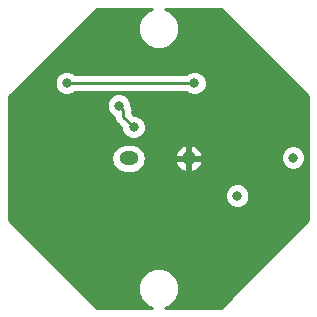
<source format=gbr>
G04 #@! TF.GenerationSoftware,KiCad,Pcbnew,(5.0.0)*
G04 #@! TF.CreationDate,2018-11-17T14:21:24+01:00*
G04 #@! TF.ProjectId,photoDiode_MDversion,70686F746F44696F64655F4D44766572,rev?*
G04 #@! TF.SameCoordinates,Original*
G04 #@! TF.FileFunction,Copper,L3,Inr,Signal*
G04 #@! TF.FilePolarity,Positive*
%FSLAX46Y46*%
G04 Gerber Fmt 4.6, Leading zero omitted, Abs format (unit mm)*
G04 Created by KiCad (PCBNEW (5.0.0)) date 11/17/18 14:21:24*
%MOMM*%
%LPD*%
G01*
G04 APERTURE LIST*
G04 #@! TA.AperFunction,ViaPad*
%ADD10O,1.600000X1.200000*%
G04 #@! TD*
G04 #@! TA.AperFunction,ViaPad*
%ADD11O,1.200000X1.200000*%
G04 #@! TD*
G04 #@! TA.AperFunction,ViaPad*
%ADD12C,0.800000*%
G04 #@! TD*
G04 #@! TA.AperFunction,Conductor*
%ADD13C,0.250000*%
G04 #@! TD*
G04 #@! TA.AperFunction,Conductor*
%ADD14C,0.254000*%
G04 #@! TD*
G04 APERTURE END LIST*
D10*
G04 #@! TO.N,Net-(C2-Pad2)*
G04 #@! TO.C,D1*
X147460000Y-95000000D03*
D11*
G04 #@! TO.N,GND*
X152540000Y-95000000D03*
G04 #@! TD*
D12*
G04 #@! TO.N,+5V*
X161375000Y-94925000D03*
X156650000Y-98150000D03*
G04 #@! TO.N,GND*
X138600000Y-89525000D03*
X138500000Y-97225000D03*
X145825000Y-105475000D03*
X153100000Y-105425000D03*
X159225000Y-100375000D03*
X160700000Y-89700000D03*
X158800000Y-89225000D03*
X155275000Y-84900000D03*
X145100000Y-84975000D03*
X153425000Y-82750000D03*
X142450000Y-97525000D03*
X143575000Y-99875000D03*
X146175000Y-101200000D03*
X150750000Y-101400000D03*
X161625000Y-100000000D03*
X159150000Y-97500000D03*
X138525000Y-93150000D03*
X138525000Y-100325000D03*
X145525000Y-82700000D03*
X156050000Y-105625000D03*
X159450000Y-102550000D03*
X137725000Y-95150000D03*
X143600000Y-105300000D03*
X150400000Y-95650000D03*
X149075000Y-93775000D03*
X153525000Y-93625000D03*
G04 #@! TO.N,Net-(C2-Pad1)*
X146625000Y-90525000D03*
X147875000Y-92350000D03*
G04 #@! TO.N,Net-(C4-Pad1)*
X142225000Y-88625000D03*
X153025000Y-88625000D03*
G04 #@! TD*
D13*
G04 #@! TO.N,Net-(C2-Pad1)*
X147024999Y-90924999D02*
X147024999Y-91499999D01*
X146625000Y-90525000D02*
X147024999Y-90924999D01*
X147024999Y-91499999D02*
X147875000Y-92350000D01*
G04 #@! TO.N,Net-(C4-Pad1)*
X142225000Y-88625000D02*
X153025000Y-88625000D01*
G04 #@! TD*
D14*
G04 #@! TO.N,GND*
G36*
X149017201Y-82529138D02*
X148529138Y-83017201D01*
X148265000Y-83654887D01*
X148265000Y-84345113D01*
X148529138Y-84982799D01*
X149017201Y-85470862D01*
X149654887Y-85735000D01*
X150345113Y-85735000D01*
X150982799Y-85470862D01*
X151470862Y-84982799D01*
X151735000Y-84345113D01*
X151735000Y-83654887D01*
X151470862Y-83017201D01*
X150982799Y-82529138D01*
X150523154Y-82338747D01*
X155244464Y-82338747D01*
X162661254Y-89755538D01*
X162661253Y-100244463D01*
X155244464Y-107661253D01*
X150523154Y-107661253D01*
X150982799Y-107470862D01*
X151470862Y-106982799D01*
X151735000Y-106345113D01*
X151735000Y-105654887D01*
X151470862Y-105017201D01*
X150982799Y-104529138D01*
X150345113Y-104265000D01*
X149654887Y-104265000D01*
X149017201Y-104529138D01*
X148529138Y-105017201D01*
X148265000Y-105654887D01*
X148265000Y-106345113D01*
X148529138Y-106982799D01*
X149017201Y-107470862D01*
X149476846Y-107661253D01*
X144755537Y-107661253D01*
X137338747Y-100244464D01*
X137338747Y-97944126D01*
X155615000Y-97944126D01*
X155615000Y-98355874D01*
X155772569Y-98736280D01*
X156063720Y-99027431D01*
X156444126Y-99185000D01*
X156855874Y-99185000D01*
X157236280Y-99027431D01*
X157527431Y-98736280D01*
X157685000Y-98355874D01*
X157685000Y-97944126D01*
X157527431Y-97563720D01*
X157236280Y-97272569D01*
X156855874Y-97115000D01*
X156444126Y-97115000D01*
X156063720Y-97272569D01*
X155772569Y-97563720D01*
X155615000Y-97944126D01*
X137338747Y-97944126D01*
X137338747Y-95000000D01*
X146000805Y-95000000D01*
X146096656Y-95481873D01*
X146369615Y-95890385D01*
X146778127Y-96163344D01*
X147138364Y-96235000D01*
X147781636Y-96235000D01*
X148141873Y-96163344D01*
X148550385Y-95890385D01*
X148823344Y-95481873D01*
X148856018Y-95317609D01*
X151346538Y-95317609D01*
X151471503Y-95619327D01*
X151789844Y-95981080D01*
X152222389Y-96193472D01*
X152413000Y-96069714D01*
X152413000Y-95127000D01*
X152667000Y-95127000D01*
X152667000Y-96069714D01*
X152857611Y-96193472D01*
X153290156Y-95981080D01*
X153608497Y-95619327D01*
X153733462Y-95317609D01*
X153608731Y-95127000D01*
X152667000Y-95127000D01*
X152413000Y-95127000D01*
X151471269Y-95127000D01*
X151346538Y-95317609D01*
X148856018Y-95317609D01*
X148919195Y-95000000D01*
X148856019Y-94682391D01*
X151346538Y-94682391D01*
X151471269Y-94873000D01*
X152413000Y-94873000D01*
X152413000Y-93930286D01*
X152667000Y-93930286D01*
X152667000Y-94873000D01*
X153608731Y-94873000D01*
X153709423Y-94719126D01*
X160340000Y-94719126D01*
X160340000Y-95130874D01*
X160497569Y-95511280D01*
X160788720Y-95802431D01*
X161169126Y-95960000D01*
X161580874Y-95960000D01*
X161961280Y-95802431D01*
X162252431Y-95511280D01*
X162410000Y-95130874D01*
X162410000Y-94719126D01*
X162252431Y-94338720D01*
X161961280Y-94047569D01*
X161580874Y-93890000D01*
X161169126Y-93890000D01*
X160788720Y-94047569D01*
X160497569Y-94338720D01*
X160340000Y-94719126D01*
X153709423Y-94719126D01*
X153733462Y-94682391D01*
X153608497Y-94380673D01*
X153290156Y-94018920D01*
X152857611Y-93806528D01*
X152667000Y-93930286D01*
X152413000Y-93930286D01*
X152222389Y-93806528D01*
X151789844Y-94018920D01*
X151471503Y-94380673D01*
X151346538Y-94682391D01*
X148856019Y-94682391D01*
X148823344Y-94518127D01*
X148550385Y-94109615D01*
X148141873Y-93836656D01*
X147781636Y-93765000D01*
X147138364Y-93765000D01*
X146778127Y-93836656D01*
X146369615Y-94109615D01*
X146096656Y-94518127D01*
X146000805Y-95000000D01*
X137338747Y-95000000D01*
X137338747Y-90319126D01*
X145590000Y-90319126D01*
X145590000Y-90730874D01*
X145747569Y-91111280D01*
X146038720Y-91402431D01*
X146251950Y-91490754D01*
X146250111Y-91499999D01*
X146264999Y-91574846D01*
X146264999Y-91574851D01*
X146309095Y-91796536D01*
X146477071Y-92047928D01*
X146540527Y-92090328D01*
X146840000Y-92389801D01*
X146840000Y-92555874D01*
X146997569Y-92936280D01*
X147288720Y-93227431D01*
X147669126Y-93385000D01*
X148080874Y-93385000D01*
X148461280Y-93227431D01*
X148752431Y-92936280D01*
X148910000Y-92555874D01*
X148910000Y-92144126D01*
X148752431Y-91763720D01*
X148461280Y-91472569D01*
X148080874Y-91315000D01*
X147914801Y-91315000D01*
X147784999Y-91185198D01*
X147784999Y-90999845D01*
X147799887Y-90924998D01*
X147784999Y-90850151D01*
X147784999Y-90850147D01*
X147740903Y-90628462D01*
X147660000Y-90507382D01*
X147660000Y-90319126D01*
X147502431Y-89938720D01*
X147211280Y-89647569D01*
X146830874Y-89490000D01*
X146419126Y-89490000D01*
X146038720Y-89647569D01*
X145747569Y-89938720D01*
X145590000Y-90319126D01*
X137338747Y-90319126D01*
X137338747Y-89755536D01*
X138675157Y-88419126D01*
X141190000Y-88419126D01*
X141190000Y-88830874D01*
X141347569Y-89211280D01*
X141638720Y-89502431D01*
X142019126Y-89660000D01*
X142430874Y-89660000D01*
X142811280Y-89502431D01*
X142928711Y-89385000D01*
X152321289Y-89385000D01*
X152438720Y-89502431D01*
X152819126Y-89660000D01*
X153230874Y-89660000D01*
X153611280Y-89502431D01*
X153902431Y-89211280D01*
X154060000Y-88830874D01*
X154060000Y-88419126D01*
X153902431Y-88038720D01*
X153611280Y-87747569D01*
X153230874Y-87590000D01*
X152819126Y-87590000D01*
X152438720Y-87747569D01*
X152321289Y-87865000D01*
X142928711Y-87865000D01*
X142811280Y-87747569D01*
X142430874Y-87590000D01*
X142019126Y-87590000D01*
X141638720Y-87747569D01*
X141347569Y-88038720D01*
X141190000Y-88419126D01*
X138675157Y-88419126D01*
X144755537Y-82338747D01*
X149476846Y-82338747D01*
X149017201Y-82529138D01*
X149017201Y-82529138D01*
G37*
X149017201Y-82529138D02*
X148529138Y-83017201D01*
X148265000Y-83654887D01*
X148265000Y-84345113D01*
X148529138Y-84982799D01*
X149017201Y-85470862D01*
X149654887Y-85735000D01*
X150345113Y-85735000D01*
X150982799Y-85470862D01*
X151470862Y-84982799D01*
X151735000Y-84345113D01*
X151735000Y-83654887D01*
X151470862Y-83017201D01*
X150982799Y-82529138D01*
X150523154Y-82338747D01*
X155244464Y-82338747D01*
X162661254Y-89755538D01*
X162661253Y-100244463D01*
X155244464Y-107661253D01*
X150523154Y-107661253D01*
X150982799Y-107470862D01*
X151470862Y-106982799D01*
X151735000Y-106345113D01*
X151735000Y-105654887D01*
X151470862Y-105017201D01*
X150982799Y-104529138D01*
X150345113Y-104265000D01*
X149654887Y-104265000D01*
X149017201Y-104529138D01*
X148529138Y-105017201D01*
X148265000Y-105654887D01*
X148265000Y-106345113D01*
X148529138Y-106982799D01*
X149017201Y-107470862D01*
X149476846Y-107661253D01*
X144755537Y-107661253D01*
X137338747Y-100244464D01*
X137338747Y-97944126D01*
X155615000Y-97944126D01*
X155615000Y-98355874D01*
X155772569Y-98736280D01*
X156063720Y-99027431D01*
X156444126Y-99185000D01*
X156855874Y-99185000D01*
X157236280Y-99027431D01*
X157527431Y-98736280D01*
X157685000Y-98355874D01*
X157685000Y-97944126D01*
X157527431Y-97563720D01*
X157236280Y-97272569D01*
X156855874Y-97115000D01*
X156444126Y-97115000D01*
X156063720Y-97272569D01*
X155772569Y-97563720D01*
X155615000Y-97944126D01*
X137338747Y-97944126D01*
X137338747Y-95000000D01*
X146000805Y-95000000D01*
X146096656Y-95481873D01*
X146369615Y-95890385D01*
X146778127Y-96163344D01*
X147138364Y-96235000D01*
X147781636Y-96235000D01*
X148141873Y-96163344D01*
X148550385Y-95890385D01*
X148823344Y-95481873D01*
X148856018Y-95317609D01*
X151346538Y-95317609D01*
X151471503Y-95619327D01*
X151789844Y-95981080D01*
X152222389Y-96193472D01*
X152413000Y-96069714D01*
X152413000Y-95127000D01*
X152667000Y-95127000D01*
X152667000Y-96069714D01*
X152857611Y-96193472D01*
X153290156Y-95981080D01*
X153608497Y-95619327D01*
X153733462Y-95317609D01*
X153608731Y-95127000D01*
X152667000Y-95127000D01*
X152413000Y-95127000D01*
X151471269Y-95127000D01*
X151346538Y-95317609D01*
X148856018Y-95317609D01*
X148919195Y-95000000D01*
X148856019Y-94682391D01*
X151346538Y-94682391D01*
X151471269Y-94873000D01*
X152413000Y-94873000D01*
X152413000Y-93930286D01*
X152667000Y-93930286D01*
X152667000Y-94873000D01*
X153608731Y-94873000D01*
X153709423Y-94719126D01*
X160340000Y-94719126D01*
X160340000Y-95130874D01*
X160497569Y-95511280D01*
X160788720Y-95802431D01*
X161169126Y-95960000D01*
X161580874Y-95960000D01*
X161961280Y-95802431D01*
X162252431Y-95511280D01*
X162410000Y-95130874D01*
X162410000Y-94719126D01*
X162252431Y-94338720D01*
X161961280Y-94047569D01*
X161580874Y-93890000D01*
X161169126Y-93890000D01*
X160788720Y-94047569D01*
X160497569Y-94338720D01*
X160340000Y-94719126D01*
X153709423Y-94719126D01*
X153733462Y-94682391D01*
X153608497Y-94380673D01*
X153290156Y-94018920D01*
X152857611Y-93806528D01*
X152667000Y-93930286D01*
X152413000Y-93930286D01*
X152222389Y-93806528D01*
X151789844Y-94018920D01*
X151471503Y-94380673D01*
X151346538Y-94682391D01*
X148856019Y-94682391D01*
X148823344Y-94518127D01*
X148550385Y-94109615D01*
X148141873Y-93836656D01*
X147781636Y-93765000D01*
X147138364Y-93765000D01*
X146778127Y-93836656D01*
X146369615Y-94109615D01*
X146096656Y-94518127D01*
X146000805Y-95000000D01*
X137338747Y-95000000D01*
X137338747Y-90319126D01*
X145590000Y-90319126D01*
X145590000Y-90730874D01*
X145747569Y-91111280D01*
X146038720Y-91402431D01*
X146251950Y-91490754D01*
X146250111Y-91499999D01*
X146264999Y-91574846D01*
X146264999Y-91574851D01*
X146309095Y-91796536D01*
X146477071Y-92047928D01*
X146540527Y-92090328D01*
X146840000Y-92389801D01*
X146840000Y-92555874D01*
X146997569Y-92936280D01*
X147288720Y-93227431D01*
X147669126Y-93385000D01*
X148080874Y-93385000D01*
X148461280Y-93227431D01*
X148752431Y-92936280D01*
X148910000Y-92555874D01*
X148910000Y-92144126D01*
X148752431Y-91763720D01*
X148461280Y-91472569D01*
X148080874Y-91315000D01*
X147914801Y-91315000D01*
X147784999Y-91185198D01*
X147784999Y-90999845D01*
X147799887Y-90924998D01*
X147784999Y-90850151D01*
X147784999Y-90850147D01*
X147740903Y-90628462D01*
X147660000Y-90507382D01*
X147660000Y-90319126D01*
X147502431Y-89938720D01*
X147211280Y-89647569D01*
X146830874Y-89490000D01*
X146419126Y-89490000D01*
X146038720Y-89647569D01*
X145747569Y-89938720D01*
X145590000Y-90319126D01*
X137338747Y-90319126D01*
X137338747Y-89755536D01*
X138675157Y-88419126D01*
X141190000Y-88419126D01*
X141190000Y-88830874D01*
X141347569Y-89211280D01*
X141638720Y-89502431D01*
X142019126Y-89660000D01*
X142430874Y-89660000D01*
X142811280Y-89502431D01*
X142928711Y-89385000D01*
X152321289Y-89385000D01*
X152438720Y-89502431D01*
X152819126Y-89660000D01*
X153230874Y-89660000D01*
X153611280Y-89502431D01*
X153902431Y-89211280D01*
X154060000Y-88830874D01*
X154060000Y-88419126D01*
X153902431Y-88038720D01*
X153611280Y-87747569D01*
X153230874Y-87590000D01*
X152819126Y-87590000D01*
X152438720Y-87747569D01*
X152321289Y-87865000D01*
X142928711Y-87865000D01*
X142811280Y-87747569D01*
X142430874Y-87590000D01*
X142019126Y-87590000D01*
X141638720Y-87747569D01*
X141347569Y-88038720D01*
X141190000Y-88419126D01*
X138675157Y-88419126D01*
X144755537Y-82338747D01*
X149476846Y-82338747D01*
X149017201Y-82529138D01*
G04 #@! TD*
M02*

</source>
